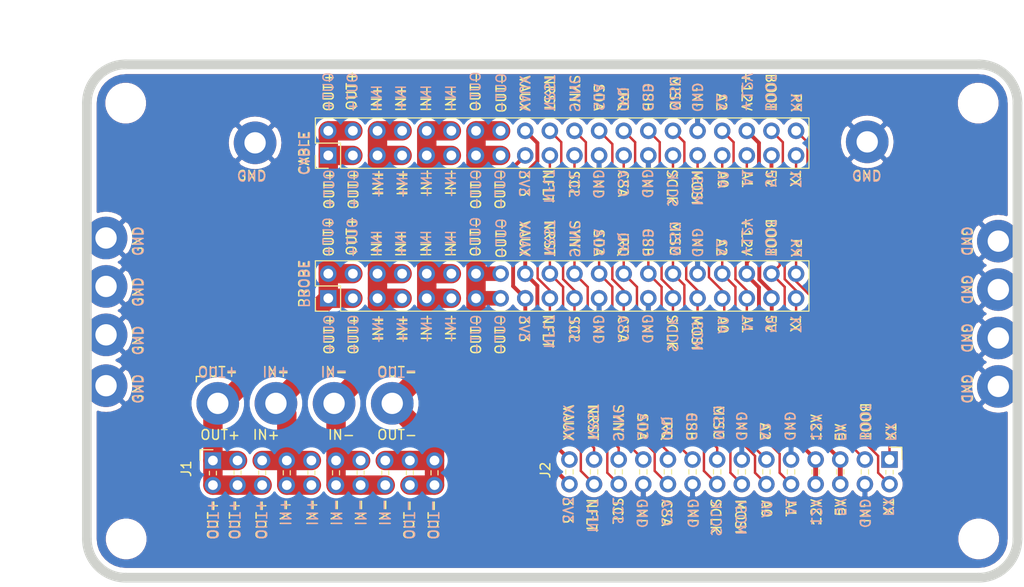
<source format=kicad_pcb>
(kicad_pcb (version 20171130) (host pcbnew 5.1.8+dfsg1-1~bpo10+1)
  (layers (0 F.Cu signal) (31 B.Cu signal) (34 B.Paste user) (35 F.Paste user) (36 B.SilkS user) (37 F.SilkS user) (38 B.Mask user) (39 F.Mask user) (44 Edge.Cuts user))
  (net 0 "")
  (net 1 5V)
  (net 2 OUT+)
  (net 3 IN+)
  (net 4 IN-)
  (net 5 OUT-)
  (net 6 +12V)
  (net 7 GND)
  (net 8 DIB_+3V3)
  (net 9 +VAUX)
  (net 10 DIB_NFAULT)
  (net 11 DIB_NRESET)
  (net 12 DIB_SCL)
  (net 13 DIB_SYNC)
  (net 14 DIB_SDA)
  (net 15 DIB_CSA)
  (net 16 DIB_IRQ)
  (net 17 DIB_CSB)
  (net 18 DIB_SCLK)
  (net 19 DIB_MISO)
  (net 20 DIB_MOSI)
  (net 21 DIB_A0)
  (net 22 DIB_A2)
  (net 23 DIB_A1)
  (net 24 DIB_BOOT)
  (net 25 UART_TX)
  (net 26 UART_RX)
  (module MountingHole:MountingHole_2.2mm_M2_Pad (layer F.Cu) (at 75.275 100.525)
    (fp_text reference H5 hide)
    (fp_text value GND)
    (pad 1 thru_hole circle (at 0 0) (size 4.4 4.4) (drill 2.2) (layers *.Cu *.Mask) (net 7 GND))
  )
  (module MountingHole:MountingHole_2.2mm_M2_Pad (layer F.Cu) (at 75.275 105.525)
    (fp_text reference H5 hide)
    (fp_text value GND)
    (pad 1 thru_hole circle (at 0 0) (size 4.4 4.4) (drill 2.2) (layers *.Cu *.Mask) (net 7 GND))
  )
  (module MountingHole:MountingHole_2.2mm_M2_Pad (layer F.Cu) (at 75.275 110.525)
    (fp_text reference H5 hide)
    (fp_text value GND)
    (pad 1 thru_hole circle (at 0 0) (size 4.4 4.4) (drill 2.2) (layers *.Cu *.Mask) (net 7 GND))
  )
  (module MountingHole:MountingHole_2.2mm_M2_Pad (layer F.Cu) (at 75.275 115.775)
    (fp_text reference H5 hide)
    (fp_text value GND)
    (pad 1 thru_hole circle (at 0 0) (size 4.4 4.4) (drill 2.2) (layers *.Cu *.Mask) (net 7 GND))
  )
  (module MountingHole:MountingHole_2.2mm_M2_Pad (layer F.Cu) (at 167.325 115.85)
    (fp_text reference H5 hide)
    (fp_text value GND)
    (pad 1 thru_hole circle (at 0 0) (size 4.4 4.4) (drill 2.2) (layers *.Cu *.Mask) (net 7 GND))
  )
  (module MountingHole:MountingHole_2.2mm_M2_Pad (layer F.Cu) (at 167.325 110.85)
    (fp_text reference H5 hide)
    (fp_text value GND)
    (pad 1 thru_hole circle (at 0 0) (size 4.4 4.4) (drill 2.2) (layers *.Cu *.Mask) (net 7 GND))
  )
  (module MountingHole:MountingHole_2.2mm_M2_Pad (layer F.Cu) (at 167.325 105.85)
    (fp_text reference H5 hide)
    (fp_text value GND)
    (pad 1 thru_hole circle (at 0 0) (size 4.4 4.4) (drill 2.2) (layers *.Cu *.Mask) (net 7 GND))
  )
  (module MountingHole:MountingHole_2.2mm_M2_Pad (layer F.Cu) (at 167.325 100.85)
    (fp_text reference H5 hide)
    (fp_text value GND)
    (pad 1 thru_hole circle (at 0 0) (size 4.4 4.4) (drill 2.2) (layers *.Cu *.Mask) (net 7 GND))
  )
  (module Connector_PinHeader_2.54mm:PinHeader_2x14_P2.54mm_Horizontal (layer F.Cu) (at 156.1 123.4 270)
    (fp_text reference J2 (at 1.1 35.5 90) (layer F.SilkS))
    (fp_text value "28-pin module socket" hide)
    (pad 1 thru_hole rect (at 0 0 270) (size 1.7 1.7) (drill 1) (layers *.Cu *.Mask) (net 26 UART_RX))
    (pad 2 thru_hole oval (at 2.54 0 270) (size 1.7 1.7) (drill 1) (layers *.Cu *.Mask) (net 25 UART_TX))
    (pad 3 thru_hole oval (at 0 2.54 270) (size 1.7 1.7) (drill 1) (layers *.Cu *.Mask) (net 24 DIB_BOOT))
    (pad 4 thru_hole oval (at 2.54 2.54 270) (size 1.7 1.7) (drill 1) (layers *.Cu *.Mask) (net 7 GND))
    (pad 5 thru_hole oval (at 0 5.08 270) (size 1.7 1.7) (drill 1) (layers *.Cu *.Mask) (net 1 5V))
    (pad 6 thru_hole oval (at 2.54 5.08 270) (size 1.7 1.7) (drill 1) (layers *.Cu *.Mask) (net 1 5V))
    (pad 7 thru_hole oval (at 0 7.62 270) (size 1.7 1.7) (drill 1) (layers *.Cu *.Mask) (net 6 +12V))
    (pad 8 thru_hole oval (at 2.54 7.62 270) (size 1.7 1.7) (drill 1) (layers *.Cu *.Mask) (net 6 +12V))
    (pad 9 thru_hole oval (at 0 10.16 270) (size 1.7 1.7) (drill 1) (layers *.Cu *.Mask) (net 7 GND))
    (pad 10 thru_hole oval (at 2.54 10.16 270) (size 1.7 1.7) (drill 1) (layers *.Cu *.Mask) (net 23 DIB_A1))
    (pad 11 thru_hole oval (at 0 12.7 270) (size 1.7 1.7) (drill 1) (layers *.Cu *.Mask) (net 22 DIB_A2))
    (pad 12 thru_hole oval (at 2.54 12.7 270) (size 1.7 1.7) (drill 1) (layers *.Cu *.Mask) (net 21 DIB_A0))
    (pad 13 thru_hole oval (at 0 15.24 270) (size 1.7 1.7) (drill 1) (layers *.Cu *.Mask) (net 7 GND))
    (pad 14 thru_hole oval (at 2.54 15.24 270) (size 1.7 1.7) (drill 1) (layers *.Cu *.Mask) (net 20 DIB_MOSI))
    (pad 15 thru_hole oval (at 0 17.78 270) (size 1.7 1.7) (drill 1) (layers *.Cu *.Mask) (net 19 DIB_MISO))
    (pad 16 thru_hole oval (at 2.54 17.78 270) (size 1.7 1.7) (drill 1) (layers *.Cu *.Mask) (net 18 DIB_SCLK))
    (pad 17 thru_hole oval (at 0 20.32 270) (size 1.7 1.7) (drill 1) (layers *.Cu *.Mask) (net 17 DIB_CSB))
    (pad 18 thru_hole oval (at 2.54 20.32 270) (size 1.7 1.7) (drill 1) (layers *.Cu *.Mask) (net 7 GND))
    (pad 19 thru_hole oval (at 0 22.86 270) (size 1.7 1.7) (drill 1) (layers *.Cu *.Mask) (net 16 DIB_IRQ))
    (pad 20 thru_hole oval (at 2.54 22.86 270) (size 1.7 1.7) (drill 1) (layers *.Cu *.Mask) (net 15 DIB_CSA))
    (pad 21 thru_hole oval (at 0 25.4 270) (size 1.7 1.7) (drill 1) (layers *.Cu *.Mask) (net 14 DIB_SDA))
    (pad 22 thru_hole oval (at 2.54 25.4 270) (size 1.7 1.7) (drill 1) (layers *.Cu *.Mask) (net 7 GND))
    (pad 23 thru_hole oval (at 0 27.94 270) (size 1.7 1.7) (drill 1) (layers *.Cu *.Mask) (net 13 DIB_SYNC))
    (pad 24 thru_hole oval (at 2.54 27.94 270) (size 1.7 1.7) (drill 1) (layers *.Cu *.Mask) (net 12 DIB_SCL))
    (pad 25 thru_hole oval (at 0 30.48 270) (size 1.7 1.7) (drill 1) (layers *.Cu *.Mask) (net 11 DIB_NRESET))
    (pad 26 thru_hole oval (at 2.54 30.48 270) (size 1.7 1.7) (drill 1) (layers *.Cu *.Mask) (net 10 DIB_NFAULT))
    (pad 27 thru_hole oval (at 0 33.02 270) (size 1.7 1.7) (drill 1) (layers *.Cu *.Mask) (net 9 +VAUX))
    (pad 28 thru_hole oval (at 2.54 33.02 270) (size 1.7 1.7) (drill 1) (layers *.Cu *.Mask) (net 8 DIB_+3V3))
  )
  (module Connector_PinSocket_2.54mm:PinSocket_2x10_P2.54mm_Horizontal (layer F.Cu) (at 86.3 123.5 90)
    (fp_text reference J1 (at -0.85 -2.75 90) (layer F.SilkS))
    (fp_text value "20-pin power socket" hide)
    (pad 1 thru_hole rect (at 0 0 90) (size 1.7 1.7) (drill 1) (layers *.Cu *.Mask) (net 2 OUT+))
    (pad 2 thru_hole oval (at -2.54 0 90) (size 1.7 1.7) (drill 1) (layers *.Cu *.Mask) (net 2 OUT+))
    (pad 3 thru_hole oval (at 0 2.54 90) (size 1.7 1.7) (drill 1) (layers *.Cu *.Mask) (net 2 OUT+))
    (pad 4 thru_hole oval (at -2.54 2.54 90) (size 1.7 1.7) (drill 1) (layers *.Cu *.Mask) (net 2 OUT+))
    (pad 5 thru_hole oval (at 0 5.08 90) (size 1.7 1.7) (drill 1) (layers *.Cu *.Mask) (net 3 IN+))
    (pad 6 thru_hole oval (at -2.54 5.08 90) (size 1.7 1.7) (drill 1) (layers *.Cu *.Mask) (net 2 OUT+))
    (pad 7 thru_hole oval (at 0 7.62 90) (size 1.7 1.7) (drill 1) (layers *.Cu *.Mask) (net 3 IN+))
    (pad 8 thru_hole oval (at -2.54 7.62 90) (size 1.7 1.7) (drill 1) (layers *.Cu *.Mask) (net 3 IN+))
    (pad 9 thru_hole oval (at 0 10.16 90) (size 1.7 1.7) (drill 1) (layers *.Cu *.Mask) (net 3 IN+))
    (pad 10 thru_hole oval (at -2.54 10.16 90) (size 1.7 1.7) (drill 1) (layers *.Cu *.Mask) (net 3 IN+))
    (pad 11 thru_hole oval (at 0 12.7 90) (size 1.7 1.7) (drill 1) (layers *.Cu *.Mask) (net 4 IN-))
    (pad 12 thru_hole oval (at -2.54 12.7 90) (size 1.7 1.7) (drill 1) (layers *.Cu *.Mask) (net 4 IN-))
    (pad 13 thru_hole oval (at 0 15.24 90) (size 1.7 1.7) (drill 1) (layers *.Cu *.Mask) (net 4 IN-))
    (pad 14 thru_hole oval (at -2.54 15.24 90) (size 1.7 1.7) (drill 1) (layers *.Cu *.Mask) (net 4 IN-))
    (pad 15 thru_hole oval (at 0 17.78 90) (size 1.7 1.7) (drill 1) (layers *.Cu *.Mask) (net 5 OUT-))
    (pad 16 thru_hole oval (at -2.54 17.78 90) (size 1.7 1.7) (drill 1) (layers *.Cu *.Mask) (net 4 IN-))
    (pad 17 thru_hole oval (at 0 20.32 90) (size 1.7 1.7) (drill 1) (layers *.Cu *.Mask) (net 5 OUT-))
    (pad 18 thru_hole oval (at -2.54 20.32 90) (size 1.7 1.7) (drill 1) (layers *.Cu *.Mask) (net 5 OUT-))
    (pad 19 thru_hole oval (at 0 22.86 90) (size 1.7 1.7) (drill 1) (layers *.Cu *.Mask) (net 5 OUT-))
    (pad 20 thru_hole oval (at -2.54 22.86 90) (size 1.7 1.7) (drill 1) (layers *.Cu *.Mask) (net 5 OUT-))
  )
  (module Connector_PinHeader_2.54mm:PinHeader_2x20_P2.54mm_Vertical (layer F.Cu) (at 98.2 106.75 90)
    (fp_text reference J3 hide)
    (fp_text value PROBE)
    (pad 1 thru_hole rect (at 0 0 90) (size 1.7 1.7) (drill 1) (layers *.Cu *.Mask) (net 2 OUT+))
    (pad 2 thru_hole oval (at 2.54 0 90) (size 1.7 1.7) (drill 1) (layers *.Cu *.Mask) (net 2 OUT+))
    (pad 3 thru_hole oval (at 0 2.54 90) (size 1.7 1.7) (drill 1) (layers *.Cu *.Mask) (net 2 OUT+))
    (pad 4 thru_hole oval (at 2.54 2.54 90) (size 1.7 1.7) (drill 1) (layers *.Cu *.Mask) (net 2 OUT+))
    (pad 5 thru_hole oval (at 0 5.08 90) (size 1.7 1.7) (drill 1) (layers *.Cu *.Mask) (net 3 IN+))
    (pad 6 thru_hole oval (at 2.54 5.08 90) (size 1.7 1.7) (drill 1) (layers *.Cu *.Mask) (net 3 IN+))
    (pad 7 thru_hole oval (at 0 7.62 90) (size 1.7 1.7) (drill 1) (layers *.Cu *.Mask) (net 3 IN+))
    (pad 8 thru_hole oval (at 2.54 7.62 90) (size 1.7 1.7) (drill 1) (layers *.Cu *.Mask) (net 3 IN+))
    (pad 9 thru_hole oval (at 0 10.16 90) (size 1.7 1.7) (drill 1) (layers *.Cu *.Mask) (net 4 IN-))
    (pad 10 thru_hole oval (at 2.54 10.16 90) (size 1.7 1.7) (drill 1) (layers *.Cu *.Mask) (net 4 IN-))
    (pad 11 thru_hole oval (at 0 12.7 90) (size 1.7 1.7) (drill 1) (layers *.Cu *.Mask) (net 4 IN-))
    (pad 12 thru_hole oval (at 2.54 12.7 90) (size 1.7 1.7) (drill 1) (layers *.Cu *.Mask) (net 4 IN-))
    (pad 13 thru_hole oval (at 0 15.24 90) (size 1.7 1.7) (drill 1) (layers *.Cu *.Mask) (net 5 OUT-))
    (pad 14 thru_hole oval (at 2.54 15.24 90) (size 1.7 1.7) (drill 1) (layers *.Cu *.Mask) (net 5 OUT-))
    (pad 15 thru_hole oval (at 0 17.78 90) (size 1.7 1.7) (drill 1) (layers *.Cu *.Mask) (net 5 OUT-))
    (pad 16 thru_hole oval (at 2.54 17.78 90) (size 1.7 1.7) (drill 1) (layers *.Cu *.Mask) (net 5 OUT-))
    (pad 17 thru_hole oval (at 0 20.32 90) (size 1.7 1.7) (drill 1) (layers *.Cu *.Mask) (net 8 DIB_+3V3))
    (pad 18 thru_hole oval (at 2.54 20.32 90) (size 1.7 1.7) (drill 1) (layers *.Cu *.Mask) (net 9 +VAUX))
    (pad 19 thru_hole oval (at 0 22.86 90) (size 1.7 1.7) (drill 1) (layers *.Cu *.Mask) (net 10 DIB_NFAULT))
    (pad 20 thru_hole oval (at 2.54 22.86 90) (size 1.7 1.7) (drill 1) (layers *.Cu *.Mask) (net 11 DIB_NRESET))
    (pad 21 thru_hole oval (at 0 25.4 90) (size 1.7 1.7) (drill 1) (layers *.Cu *.Mask) (net 12 DIB_SCL))
    (pad 22 thru_hole oval (at 2.54 25.4 90) (size 1.7 1.7) (drill 1) (layers *.Cu *.Mask) (net 13 DIB_SYNC))
    (pad 23 thru_hole oval (at 0 27.94 90) (size 1.7 1.7) (drill 1) (layers *.Cu *.Mask) (net 7 GND))
    (pad 24 thru_hole oval (at 2.54 27.94 90) (size 1.7 1.7) (drill 1) (layers *.Cu *.Mask) (net 14 DIB_SDA))
    (pad 25 thru_hole oval (at 0 30.48 90) (size 1.7 1.7) (drill 1) (layers *.Cu *.Mask) (net 15 DIB_CSA))
    (pad 26 thru_hole oval (at 2.54 30.48 90) (size 1.7 1.7) (drill 1) (layers *.Cu *.Mask) (net 16 DIB_IRQ))
    (pad 27 thru_hole oval (at 0 33.02 90) (size 1.7 1.7) (drill 1) (layers *.Cu *.Mask) (net 7 GND))
    (pad 28 thru_hole oval (at 2.54 33.02 90) (size 1.7 1.7) (drill 1) (layers *.Cu *.Mask) (net 17 DIB_CSB))
    (pad 29 thru_hole oval (at 0 35.56 90) (size 1.7 1.7) (drill 1) (layers *.Cu *.Mask) (net 18 DIB_SCLK))
    (pad 30 thru_hole oval (at 2.54 35.56 90) (size 1.7 1.7) (drill 1) (layers *.Cu *.Mask) (net 19 DIB_MISO))
    (pad 31 thru_hole oval (at 0 38.1 90) (size 1.7 1.7) (drill 1) (layers *.Cu *.Mask) (net 20 DIB_MOSI))
    (pad 32 thru_hole oval (at 2.54 38.1 90) (size 1.7 1.7) (drill 1) (layers *.Cu *.Mask) (net 7 GND))
    (pad 33 thru_hole oval (at 0 40.64 90) (size 1.7 1.7) (drill 1) (layers *.Cu *.Mask) (net 21 DIB_A0))
    (pad 34 thru_hole oval (at 2.54 40.64 90) (size 1.7 1.7) (drill 1) (layers *.Cu *.Mask) (net 22 DIB_A2))
    (pad 35 thru_hole oval (at 0 43.18 90) (size 1.7 1.7) (drill 1) (layers *.Cu *.Mask) (net 23 DIB_A1))
    (pad 36 thru_hole oval (at 2.54 43.18 90) (size 1.7 1.7) (drill 1) (layers *.Cu *.Mask) (net 6 +12V))
    (pad 37 thru_hole oval (at 0 45.72 90) (size 1.7 1.7) (drill 1) (layers *.Cu *.Mask) (net 1 5V))
    (pad 38 thru_hole oval (at 2.54 45.72 90) (size 1.7 1.7) (drill 1) (layers *.Cu *.Mask) (net 24 DIB_BOOT))
    (pad 39 thru_hole oval (at 0 48.26 90) (size 1.7 1.7) (drill 1) (layers *.Cu *.Mask) (net 25 UART_TX))
    (pad 40 thru_hole oval (at 2.54 48.26 90) (size 1.7 1.7) (drill 1) (layers *.Cu *.Mask) (net 26 UART_RX))
  )
  (module Connector_PinHeader_2.54mm:PinHeader_2x20_P2.54mm_Vertical (layer F.Cu) (at 98.2 92 90)
    (fp_text reference J4 hide)
    (fp_text value CABLE)
    (pad 40 thru_hole oval (at 2.54 48.26 90) (size 1.7 1.7) (drill 1) (layers *.Cu *.Mask) (net 26 UART_RX))
    (pad 39 thru_hole oval (at 0 48.26 90) (size 1.7 1.7) (drill 1) (layers *.Cu *.Mask) (net 25 UART_TX))
    (pad 38 thru_hole oval (at 2.54 45.72 90) (size 1.7 1.7) (drill 1) (layers *.Cu *.Mask) (net 24 DIB_BOOT))
    (pad 37 thru_hole oval (at 0 45.72 90) (size 1.7 1.7) (drill 1) (layers *.Cu *.Mask) (net 1 5V))
    (pad 36 thru_hole oval (at 2.54 43.18 90) (size 1.7 1.7) (drill 1) (layers *.Cu *.Mask) (net 6 +12V))
    (pad 35 thru_hole oval (at 0 43.18 90) (size 1.7 1.7) (drill 1) (layers *.Cu *.Mask) (net 23 DIB_A1))
    (pad 34 thru_hole oval (at 2.54 40.64 90) (size 1.7 1.7) (drill 1) (layers *.Cu *.Mask) (net 22 DIB_A2))
    (pad 33 thru_hole oval (at 0 40.64 90) (size 1.7 1.7) (drill 1) (layers *.Cu *.Mask) (net 21 DIB_A0))
    (pad 32 thru_hole oval (at 2.54 38.1 90) (size 1.7 1.7) (drill 1) (layers *.Cu *.Mask) (net 7 GND))
    (pad 31 thru_hole oval (at 0 38.1 90) (size 1.7 1.7) (drill 1) (layers *.Cu *.Mask) (net 20 DIB_MOSI))
    (pad 30 thru_hole oval (at 2.54 35.56 90) (size 1.7 1.7) (drill 1) (layers *.Cu *.Mask) (net 19 DIB_MISO))
    (pad 29 thru_hole oval (at 0 35.56 90) (size 1.7 1.7) (drill 1) (layers *.Cu *.Mask) (net 18 DIB_SCLK))
    (pad 28 thru_hole oval (at 2.54 33.02 90) (size 1.7 1.7) (drill 1) (layers *.Cu *.Mask) (net 17 DIB_CSB))
    (pad 27 thru_hole oval (at 0 33.02 90) (size 1.7 1.7) (drill 1) (layers *.Cu *.Mask) (net 7 GND))
    (pad 26 thru_hole oval (at 2.54 30.48 90) (size 1.7 1.7) (drill 1) (layers *.Cu *.Mask) (net 16 DIB_IRQ))
    (pad 25 thru_hole oval (at 0 30.48 90) (size 1.7 1.7) (drill 1) (layers *.Cu *.Mask) (net 15 DIB_CSA))
    (pad 24 thru_hole oval (at 2.54 27.94 90) (size 1.7 1.7) (drill 1) (layers *.Cu *.Mask) (net 14 DIB_SDA))
    (pad 23 thru_hole oval (at 0 27.94 90) (size 1.7 1.7) (drill 1) (layers *.Cu *.Mask) (net 7 GND))
    (pad 22 thru_hole oval (at 2.54 25.4 90) (size 1.7 1.7) (drill 1) (layers *.Cu *.Mask) (net 13 DIB_SYNC))
    (pad 21 thru_hole oval (at 0 25.4 90) (size 1.7 1.7) (drill 1) (layers *.Cu *.Mask) (net 12 DIB_SCL))
    (pad 20 thru_hole oval (at 2.54 22.86 90) (size 1.7 1.7) (drill 1) (layers *.Cu *.Mask) (net 11 DIB_NRESET))
    (pad 19 thru_hole oval (at 0 22.86 90) (size 1.7 1.7) (drill 1) (layers *.Cu *.Mask) (net 10 DIB_NFAULT))
    (pad 18 thru_hole oval (at 2.54 20.32 90) (size 1.7 1.7) (drill 1) (layers *.Cu *.Mask) (net 9 +VAUX))
    (pad 17 thru_hole oval (at 0 20.32 90) (size 1.7 1.7) (drill 1) (layers *.Cu *.Mask) (net 8 DIB_+3V3))
    (pad 16 thru_hole oval (at 2.54 17.78 90) (size 1.7 1.7) (drill 1) (layers *.Cu *.Mask) (net 5 OUT-))
    (pad 15 thru_hole oval (at 0 17.78 90) (size 1.7 1.7) (drill 1) (layers *.Cu *.Mask) (net 5 OUT-))
    (pad 14 thru_hole oval (at 2.54 15.24 90) (size 1.7 1.7) (drill 1) (layers *.Cu *.Mask) (net 5 OUT-))
    (pad 13 thru_hole oval (at 0 15.24 90) (size 1.7 1.7) (drill 1) (layers *.Cu *.Mask) (net 5 OUT-))
    (pad 12 thru_hole oval (at 2.54 12.7 90) (size 1.7 1.7) (drill 1) (layers *.Cu *.Mask) (net 4 IN-))
    (pad 11 thru_hole oval (at 0 12.7 90) (size 1.7 1.7) (drill 1) (layers *.Cu *.Mask) (net 4 IN-))
    (pad 10 thru_hole oval (at 2.54 10.16 90) (size 1.7 1.7) (drill 1) (layers *.Cu *.Mask) (net 4 IN-))
    (pad 9 thru_hole oval (at 0 10.16 90) (size 1.7 1.7) (drill 1) (layers *.Cu *.Mask) (net 4 IN-))
    (pad 8 thru_hole oval (at 2.54 7.62 90) (size 1.7 1.7) (drill 1) (layers *.Cu *.Mask) (net 3 IN+))
    (pad 7 thru_hole oval (at 0 7.62 90) (size 1.7 1.7) (drill 1) (layers *.Cu *.Mask) (net 3 IN+))
    (pad 6 thru_hole oval (at 2.54 5.08 90) (size 1.7 1.7) (drill 1) (layers *.Cu *.Mask) (net 3 IN+))
    (pad 5 thru_hole oval (at 0 5.08 90) (size 1.7 1.7) (drill 1) (layers *.Cu *.Mask) (net 3 IN+))
    (pad 4 thru_hole oval (at 2.54 2.54 90) (size 1.7 1.7) (drill 1) (layers *.Cu *.Mask) (net 2 OUT+))
    (pad 3 thru_hole oval (at 0 2.54 90) (size 1.7 1.7) (drill 1) (layers *.Cu *.Mask) (net 2 OUT+))
    (pad 2 thru_hole oval (at 2.54 0 90) (size 1.7 1.7) (drill 1) (layers *.Cu *.Mask) (net 2 OUT+))
    (pad 1 thru_hole rect (at 0 0 90) (size 1.7 1.7) (drill 1) (layers *.Cu *.Mask) (net 2 OUT+))
  )
  (module MountingHole:MountingHole_2.2mm_M2_Pad (layer F.Cu) (at 86.8 117.6)
    (fp_text reference H1 hide)
    (fp_text value OUT+ hide)
    (pad 1 thru_hole circle (at 0 0) (size 4.4 4.4) (drill 2.2) (layers *.Cu *.Mask) (net 2 OUT+))
  )
  (module MountingHole:MountingHole_2.2mm_M2_Pad (layer F.Cu) (at 92.8 117.6)
    (fp_text reference H2 hide)
    (fp_text value IN+ hide)
    (pad 1 thru_hole circle (at 0 0) (size 4.4 4.4) (drill 2.2) (layers *.Cu *.Mask) (net 3 IN+))
  )
  (module MountingHole:MountingHole_2.2mm_M2_Pad (layer F.Cu) (at 98.8 117.6)
    (fp_text reference H3 hide)
    (fp_text value IN- hide)
    (pad 1 thru_hole circle (at 0 0) (size 4.4 4.4) (drill 2.2) (layers *.Cu *.Mask) (net 4 IN-))
  )
  (module MountingHole:MountingHole_2.2mm_M2_Pad (layer F.Cu) (at 104.8 117.6)
    (fp_text reference H4 hide)
    (fp_text value OUT- hide)
    (pad 1 thru_hole circle (at 0 0) (size 4.4 4.4) (drill 2.2) (layers *.Cu *.Mask) (net 5 OUT-))
  )
  (module MountingHole:MountingHole_2.2mm_M2_Pad (layer F.Cu) (at 153.8 90.6)
    (fp_text reference H5 hide)
    (fp_text value GND)
    (pad 1 thru_hole circle (at 0 0) (size 4.4 4.4) (drill 2.2) (layers *.Cu *.Mask) (net 7 GND))
  )
  (module MountingHole:MountingHole_2.2mm_M2_Pad (layer F.Cu) (at 90.65 90.7)
    (fp_text reference H6 hide)
    (fp_text value GND)
    (pad 1 thru_hole circle (at 0 0) (size 4.4 4.4) (drill 2.2) (layers *.Cu *.Mask) (net 7 GND))
  )
  (module MountingHole:MountingHole_3.2mm_M3 (layer F.Cu) (at 77.3 86.6)
    (fp_text reference H7 hide)
    (fp_text value MH hide)
    (pad 1 np_thru_hole circle (at 0 0) (size 3.2 3.2) (drill 3.2) (layers *.Cu *.Mask))
  )
  (module MountingHole:MountingHole_3.2mm_M3 (layer F.Cu) (at 77.35 131.6)
    (fp_text reference H8 hide)
    (fp_text value MH hide)
    (pad 1 np_thru_hole circle (at 0 0) (size 3.2 3.2) (drill 3.2) (layers *.Cu *.Mask))
  )
  (module MountingHole:MountingHole_3.2mm_M3 (layer F.Cu) (at 165.25 86.6)
    (fp_text reference H9 hide)
    (fp_text value MH hide)
    (pad 1 np_thru_hole circle (at 0 0) (size 3.2 3.2) (drill 3.2) (layers *.Cu *.Mask))
  )
  (module MountingHole:MountingHole_3.2mm_M3 (layer F.Cu) (at 165.3 131.6)
    (fp_text reference H10 hide)
    (fp_text value MH hide)
    (pad 1 np_thru_hole circle (at 0 0) (size 3.2 3.2) (drill 3.2) (layers *.Cu *.Mask))
  )
  (gr_text GND (at 78.558883 116.107104 270) (layer B.SilkS) (effects (font (size 1 1)) (justify mirror)))
  (gr_text GND (at 78.558883 111.107104 90) (layer F.SilkS) (effects (font (size 1 1))))
  (gr_text GND (at 78.558883 100.857105 90) (layer F.SilkS) (effects (font (size 1 1))))
  (gr_text GND (at 78.558883 100.857105 270) (layer B.SilkS) (effects (font (size 1 1)) (justify mirror)))
  (gr_text GND (at 78.558883 111.107104 270) (layer B.SilkS) (effects (font (size 1 1)) (justify mirror)))
  (gr_text GND (at 78.558883 116.107104 90) (layer F.SilkS) (effects (font (size 1 1))))
  (gr_text GND (at 78.558883 106.107104 270) (layer B.SilkS) (effects (font (size 1 1)) (justify mirror)))
  (gr_text GND (at 78.558883 106.107104 90) (layer F.SilkS) (effects (font (size 1 1))))
  (gr_text GND (at 164.1 116.100002 90) (layer B.SilkS) (effects (font (size 1 1)) (justify mirror)))
  (gr_text GND (at 164.1 116.100002 270) (layer F.SilkS) (effects (font (size 1 1))))
  (gr_text GND (at 164.1 110.850002 270) (layer F.SilkS) (effects (font (size 1 1))))
  (gr_text GND (at 164.1 110.850002 90) (layer B.SilkS) (effects (font (size 1 1)) (justify mirror)))
  (gr_text GND (at 164.1 105.850002 90) (layer B.SilkS) (effects (font (size 1 1)) (justify mirror)))
  (gr_text GND (at 164.1 105.850002 270) (layer F.SilkS) (effects (font (size 1 1))))
  (gr_text GND (at 164.1 100.850002 270) (layer F.SilkS) (effects (font (size 1 1))))
  (gr_text GND (at 164.1 100.850002 90) (layer B.SilkS) (effects (font (size 1 1)) (justify mirror)))
  (gr_text 5V (at 143.85 94.35 270) (layer F.SilkS) (effects (font (size 1 1))))
  (gr_text TX (at 146.35 94.4 270) (layer F.SilkS) (effects (font (size 1 1))))
  (gr_text 5V (at 143.8 94.45 270) (layer B.SilkS) (effects (font (size 1 1)) (justify mirror)))
  (gr_text OUT+ (at 98.3 95.5 90) (layer F.SilkS) (effects (font (size 1 1))))
  (gr_text OUT- (at 115.950001 95.5 90) (layer B.SilkS) (effects (font (size 1 1)) (justify mirror)))
  (gr_text TX (at 146.4 94.45 270) (layer B.SilkS) (effects (font (size 1 1)) (justify mirror)))
  (gr_text SCL (at 123.55 94.95 270) (layer B.SilkS) (effects (font (size 1 1)) (justify mirror)))
  (gr_text MOSI (at 136.25 95.4 270) (layer B.SilkS) (effects (font (size 1 1)) (justify mirror)))
  (gr_text OUT+ (at 100.8 95.5 90) (layer F.SilkS) (effects (font (size 1 1))))
  (gr_text IN+ (at 103.35 94.8 90) (layer F.SilkS) (effects (font (size 1 1))))
  (gr_text IN+ (at 105.85 94.8 90) (layer F.SilkS) (effects (font (size 1 1))))
  (gr_text GND (at 126.05 94.95 270) (layer B.SilkS) (effects (font (size 1 1)) (justify mirror)))
  (gr_text IN+ (at 105.85 95.05 90) (layer B.SilkS) (effects (font (size 1 1)) (justify mirror)))
  (gr_text IN- (at 108.35 95 90) (layer B.SilkS) (effects (font (size 1 1)) (justify mirror)))
  (gr_text 3V3 (at 118.4 94.9 270) (layer B.SilkS) (effects (font (size 1 1)) (justify mirror)))
  (gr_text OUT+ (at 98.3 95.5 90) (layer B.SilkS) (effects (font (size 1 1)) (justify mirror)))
  (gr_text CSA (at 128.6 94.9 270) (layer B.SilkS) (effects (font (size 1 1)) (justify mirror)))
  (gr_text IN- (at 110.85 95 90) (layer B.SilkS) (effects (font (size 1 1)) (justify mirror)))
  (gr_text GND (at 131.1 94.9 270) (layer B.SilkS) (effects (font (size 1 1)) (justify mirror)))
  (gr_text OUT- (at 113.45 95.5 90) (layer B.SilkS) (effects (font (size 1 1)) (justify mirror)))
  (gr_text A0 (at 138.9 94.5 270) (layer B.SilkS) (effects (font (size 1 1)) (justify mirror)))
  (gr_text IN+ (at 103.35 95.05 90) (layer B.SilkS) (effects (font (size 1 1)) (justify mirror)))
  (gr_text A1 (at 141.4 94.25 270) (layer B.SilkS) (effects (font (size 1 1)) (justify mirror)))
  (gr_text SCLK (at 133.7 95.45 270) (layer B.SilkS) (effects (font (size 1 1)) (justify mirror)))
  (gr_text OUT+ (at 100.800001 95.5 90) (layer B.SilkS) (effects (font (size 1 1)) (justify mirror)))
  (gr_text GND (at 131.1 94.9 270) (layer F.SilkS) (effects (font (size 1 1))))
  (gr_text CSA (at 128.6 94.9 270) (layer F.SilkS) (effects (font (size 1 1))))
  (gr_text GND (at 126.05 94.95 270) (layer F.SilkS) (effects (font (size 1 1))))
  (gr_text SCL (at 123.55 94.95 270) (layer F.SilkS) (effects (font (size 1 1))))
  (gr_text NFLT (at 120.85 95.15 270) (layer F.SilkS) (effects (font (size 1 1))))
  (gr_text 3V3 (at 118.4 94.9 270) (layer F.SilkS) (effects (font (size 1 1))))
  (gr_text IN- (at 108.35 94.75 90) (layer F.SilkS) (effects (font (size 1 1))))
  (gr_text IN- (at 110.85 94.75 90) (layer F.SilkS) (effects (font (size 1 1))))
  (gr_text OUT- (at 113.45 95.5 90) (layer F.SilkS) (effects (font (size 1 1))))
  (gr_text OUT- (at 115.95 95.5 90) (layer F.SilkS) (effects (font (size 1 1))))
  (gr_text NFLT (at 120.95 95.2 270) (layer B.SilkS) (effects (font (size 1 1)) (justify mirror)))
  (gr_text A1 (at 141.4 94.5 270) (layer F.SilkS) (effects (font (size 1 1))))
  (gr_text A0 (at 138.9 94.5 270) (layer F.SilkS) (effects (font (size 1 1))))
  (gr_text MOSI (at 136.2 95.3 270) (layer F.SilkS) (effects (font (size 1 1))))
  (gr_text SCLK (at 133.65 95.3 270) (layer F.SilkS) (effects (font (size 1 1))))
  (gr_text BOOT (at 143.85 85.45 270) (layer F.SilkS) (effects (font (size 1 1))))
  (gr_text RX (at 146.45 86.55 270) (layer F.SilkS) (effects (font (size 1 1))))
  (gr_text RX (at 146.45 86.55 270) (layer B.SilkS) (effects (font (size 1 1)) (justify mirror)))
  (gr_text BOOT (at 143.8 85.55 270) (layer B.SilkS) (effects (font (size 1 1)) (justify mirror)))
  (gr_text A2 (at 138.75 86.5 270) (layer B.SilkS) (effects (font (size 1 1)) (justify mirror)))
  (gr_text VAUX (at 118.450001 85.6 270) (layer B.SilkS) (effects (font (size 1 1)) (justify mirror)))
  (gr_text OUT+ (at 98.25 85.4 90) (layer F.SilkS) (effects (font (size 1 1))))
  (gr_text CSB (at 131.15 86 270) (layer F.SilkS) (effects (font (size 1 1))))
  (gr_text IRQ (at 128.6 86.2 270) (layer F.SilkS) (effects (font (size 1 1))))
  (gr_text SDA (at 126.1 86.000001 270) (layer F.SilkS) (effects (font (size 1 1))))
  (gr_text SYNC (at 123.6 85.6 270) (layer F.SilkS) (effects (font (size 1 1))))
  (gr_text NRST (at 121 85.55 270) (layer F.SilkS) (effects (font (size 1 1))))
  (gr_text VAUX (at 118.450001 85.6 270) (layer F.SilkS) (effects (font (size 1 1))))
  (gr_text +12V (at 141.4 85.5 270) (layer B.SilkS) (effects (font (size 1 1)) (justify mirror)))
  (gr_text IRQ (at 128.6 86.2 270) (layer B.SilkS) (effects (font (size 1 1)) (justify mirror)))
  (gr_text OUT+ (at 98.2 85.45 90) (layer B.SilkS) (effects (font (size 1 1)) (justify mirror)))
  (gr_text IN- (at 108.3 86.1 90) (layer B.SilkS) (effects (font (size 1 1)) (justify mirror)))
  (gr_text NRST (at 121 85.55 270) (layer B.SilkS) (effects (font (size 1 1)) (justify mirror)))
  (gr_text IN+ (at 105.7 86.1 90) (layer B.SilkS) (effects (font (size 1 1)) (justify mirror)))
  (gr_text OUT+ (at 100.6 85.3 90) (layer F.SilkS) (effects (font (size 1 1))))
  (gr_text IN+ (at 103.2 86.1 90) (layer F.SilkS) (effects (font (size 1 1))))
  (gr_text IN+ (at 105.7 86.1 90) (layer F.SilkS) (effects (font (size 1 1))))
  (gr_text IN- (at 108.3 86.1 90) (layer F.SilkS) (effects (font (size 1 1))))
  (gr_text OUT+ (at 100.7 85.5 90) (layer B.SilkS) (effects (font (size 1 1)) (justify mirror)))
  (gr_text OUT- (at 113.4 85.4 90) (layer B.SilkS) (effects (font (size 1 1)) (justify mirror)))
  (gr_text IN+ (at 103.2 86.1 90) (layer B.SilkS) (effects (font (size 1 1)) (justify mirror)))
  (gr_text GND (at 136.25 86 270) (layer B.SilkS) (effects (font (size 1 1)) (justify mirror)))
  (gr_text SDA (at 126.1 86.000001 270) (layer B.SilkS) (effects (font (size 1 1)) (justify mirror)))
  (gr_text SYNC (at 123.6 85.6 270) (layer B.SilkS) (effects (font (size 1 1)) (justify mirror)))
  (gr_text A2 (at 138.75 86.5 270) (layer F.SilkS) (effects (font (size 1 1))))
  (gr_text GND (at 136.25 86 270) (layer F.SilkS) (effects (font (size 1 1))))
  (gr_text MISO (at 133.95 85.6 270) (layer F.SilkS) (effects (font (size 1 1))))
  (gr_text IN- (at 110.85 86.1 90) (layer F.SilkS) (effects (font (size 1 1))))
  (gr_text OUT- (at 113.4 85.4 90) (layer F.SilkS) (effects (font (size 1 1))))
  (gr_text OUT- (at 116.05 85.55 90) (layer F.SilkS) (effects (font (size 1 1))))
  (gr_text +12V (at 141.35 85.4 270) (layer F.SilkS) (effects (font (size 1 1))))
  (gr_text MISO (at 133.95 85.6 270) (layer B.SilkS) (effects (font (size 1 1)) (justify mirror)))
  (gr_text IN- (at 110.85 86.1 90) (layer B.SilkS) (effects (font (size 1 1)) (justify mirror)))
  (gr_text OUT- (at 116.05 85.55 90) (layer B.SilkS) (effects (font (size 1 1)) (justify mirror)))
  (gr_text CSB (at 131.15 86 270) (layer B.SilkS) (effects (font (size 1 1)) (justify mirror)))
  (gr_text OUT- (at 109.05 129.6 90) (layer F.SilkS) (effects (font (size 1 1))))
  (gr_text OUT- (at 106.55 129.6 90) (layer F.SilkS) (effects (font (size 1 1))))
  (gr_text IN- (at 104.05 128.85 90) (layer F.SilkS) (effects (font (size 1 1))))
  (gr_text IN- (at 101.55 128.85 90) (layer F.SilkS) (effects (font (size 1 1))))
  (gr_text IN- (at 99.05 128.85 90) (layer F.SilkS) (effects (font (size 1 1))))
  (gr_text IN+ (at 96.55 128.85 90) (layer F.SilkS) (effects (font (size 1 1))))
  (gr_text IN+ (at 93.8 128.85 90) (layer F.SilkS) (effects (font (size 1 1))))
  (gr_text OUT+ (at 88.55 129.6 90) (layer F.SilkS) (effects (font (size 1 1))))
  (gr_text OUT+ (at 86.3 129.6 90) (layer F.SilkS) (effects (font (size 1 1))))
  (gr_text OUT+ (at 91.3 129.6 90) (layer F.SilkS) (effects (font (size 1 1))))
  (gr_text OUT+ (at 86.3 129.6 90) (layer F.SilkS) (effects (font (size 1 1))))
  (gr_text OUT- (at 109.05 129.6 270) (layer B.SilkS) (effects (font (size 1 1)) (justify mirror)))
  (gr_text IN- (at 104.05 128.85 270) (layer B.SilkS) (effects (font (size 1 1)) (justify mirror)))
  (gr_text IN- (at 101.55 128.85 270) (layer B.SilkS) (effects (font (size 1 1)) (justify mirror)))
  (gr_text IN+ (at 96.55 128.85 270) (layer B.SilkS) (effects (font (size 1 1)) (justify mirror)))
  (gr_text OUT+ (at 91.3 129.6 270) (layer B.SilkS) (effects (font (size 1 1)) (justify mirror)))
  (gr_text OUT+ (at 88.55 129.6 270) (layer B.SilkS) (effects (font (size 1 1)) (justify mirror)))
  (gr_text TX (at 155.95 128.3 270) (layer F.SilkS) (effects (font (size 1 1))))
  (gr_text RX (at 155.95 128.3 270) (layer B.SilkS) (effects (font (size 1 1)) (justify mirror)))
  (gr_text BOOT (at 153.6 119.45 270) (layer F.SilkS) (effects (font (size 1 1))))
  (gr_text TX (at 156.2 120.55 270) (layer F.SilkS) (effects (font (size 1 1))))
  (gr_text RX (at 156.2 120.55 270) (layer B.SilkS) (effects (font (size 1 1)) (justify mirror)))
  (gr_text BOOT (at 153.55 119.55 270) (layer B.SilkS) (effects (font (size 1 1)) (justify mirror)))
  (gr_text A2 (at 143.25 120.5 270) (layer B.SilkS) (effects (font (size 1 1)) (justify mirror)))
  (gr_text A2 (at 143.25 120.5 270) (layer F.SilkS) (effects (font (size 1 1))))
  (gr_text MOSI (at 140.75 129.4 270) (layer B.SilkS) (effects (font (size 1 1)) (justify mirror)))
  (gr_text A0 (at 143.4 128.5 270) (layer B.SilkS) (effects (font (size 1 1)) (justify mirror)))
  (gr_text A1 (at 145.9 128.25 270) (layer B.SilkS) (effects (font (size 1 1)) (justify mirror)))
  (gr_text SCLK (at 138.2 129.45 270) (layer B.SilkS) (effects (font (size 1 1)) (justify mirror)))
  (gr_text A1 (at 145.9 128.5 270) (layer F.SilkS) (effects (font (size 1 1))))
  (gr_text A0 (at 143.4 128.5 270) (layer F.SilkS) (effects (font (size 1 1))))
  (gr_text MOSI (at 140.7 129.3 270) (layer F.SilkS) (effects (font (size 1 1))))
  (gr_text SCLK (at 138.15 129.3 270) (layer F.SilkS) (effects (font (size 1 1))))
  (gr_text CSA (at 133.1 128.9 270) (layer B.SilkS) (effects (font (size 1 1)) (justify mirror)))
  (gr_text CSA (at 133.1 128.9 270) (layer F.SilkS) (effects (font (size 1 1))))
  (gr_text SCL (at 128.05 128.7 270) (layer B.SilkS) (effects (font (size 1 1)) (justify mirror)))
  (gr_text 3V3 (at 122.9 128.65 270) (layer B.SilkS) (effects (font (size 1 1)) (justify mirror)))
  (gr_text SCL (at 128.05 128.7 270) (layer F.SilkS) (effects (font (size 1 1))))
  (gr_text NFLT (at 125.35 129.15 270) (layer F.SilkS) (effects (font (size 1 1))))
  (gr_text 3V3 (at 122.9 128.65 270) (layer F.SilkS) (effects (font (size 1 1))))
  (gr_text NFLT (at 125.45 129.2 270) (layer B.SilkS) (effects (font (size 1 1)) (justify mirror)))
  (gr_text VAUX (at 122.950001 119.6 270) (layer B.SilkS) (effects (font (size 1 1)) (justify mirror)))
  (gr_text CSB (at 135.65 120 270) (layer F.SilkS) (effects (font (size 1 1))))
  (gr_text IRQ (at 133.1 120.2 270) (layer F.SilkS) (effects (font (size 1 1))))
  (gr_text SDA (at 130.6 120.000001 270) (layer F.SilkS) (effects (font (size 1 1))))
  (gr_text SYNC (at 128.1 119.6 270) (layer F.SilkS) (effects (font (size 1 1))))
  (gr_text NRST (at 125.5 119.55 270) (layer F.SilkS) (effects (font (size 1 1))))
  (gr_text VAUX (at 122.950001 119.6 270) (layer F.SilkS) (effects (font (size 1 1))))
  (gr_text IRQ (at 133.1 120.2 270) (layer B.SilkS) (effects (font (size 1 1)) (justify mirror)))
  (gr_text NRST (at 125.5 119.55 270) (layer B.SilkS) (effects (font (size 1 1)) (justify mirror)))
  (gr_text SDA (at 130.6 120.000001 270) (layer B.SilkS) (effects (font (size 1 1)) (justify mirror)))
  (gr_text SYNC (at 128.1 119.6 270) (layer B.SilkS) (effects (font (size 1 1)) (justify mirror)))
  (gr_text MISO (at 138.45 119.6 270) (layer F.SilkS) (effects (font (size 1 1))))
  (gr_text MISO (at 138.45 119.6 270) (layer B.SilkS) (effects (font (size 1 1)) (justify mirror)))
  (gr_text CSB (at 135.65 120 270) (layer B.SilkS) (effects (font (size 1 1)) (justify mirror)))
  (gr_text OUT+ (at 86.3 129.6 270) (layer B.SilkS) (effects (font (size 1 1)) (justify mirror)))
  (gr_text OUT+ (at 87.05 120.85) (layer F.SilkS) (effects (font (size 1 1))))
  (gr_text IN+ (at 93.8 128.85 270) (layer B.SilkS) (effects (font (size 1 1)) (justify mirror)))
  (gr_text IN+ (at 91.8 120.85) (layer F.SilkS) (effects (font (size 1 1))))
  (gr_text IN- (at 99.05 128.85 270) (layer B.SilkS) (effects (font (size 1 1)) (justify mirror)))
  (gr_text IN- (at 99.55 120.85) (layer F.SilkS) (effects (font (size 1 1))))
  (gr_text OUT- (at 106.55 129.6 270) (layer B.SilkS) (effects (font (size 1 1)) (justify mirror)))
  (gr_text OUT- (at 105.3 120.85) (layer F.SilkS) (effects (font (size 1 1))))
  (gr_text GND (at 140.8 119.95 270) (layer F.SilkS) (effects (font (size 1 1))))
  (gr_text GND (at 140.8 119.95 270) (layer B.SilkS) (effects (font (size 1 1)) (justify mirror)))
  (gr_text GND (at 145.8 119.95 270) (layer B.SilkS) (effects (font (size 1 1)) (justify mirror)))
  (gr_text GND (at 145.8 119.95 270) (layer F.SilkS) (effects (font (size 1 1))))
  (gr_text GND (at 153.55 128.95 270) (layer F.SilkS) (effects (font (size 1 1))))
  (gr_text GND (at 153.55 128.95 270) (layer B.SilkS) (effects (font (size 1 1)) (justify mirror)))
  (gr_text GND (at 135.8 128.95 270) (layer F.SilkS) (effects (font (size 1 1))))
  (gr_text GND (at 135.8 128.95 270) (layer B.SilkS) (effects (font (size 1 1)) (justify mirror)))
  (gr_text GND (at 130.55 128.95 270) (layer B.SilkS) (effects (font (size 1 1)) (justify mirror)))
  (gr_text GND (at 130.55 128.95 270) (layer F.SilkS) (effects (font (size 1 1))))
  (gr_text 5V (at 151.049999 128.35 90) (layer F.SilkS) (effects (font (size 1 1))))
  (gr_text 5V (at 151.049999 128.35 270) (layer B.SilkS) (effects (font (size 1 1)) (justify mirror)))
  (gr_text 12V (at 148.55 120.1 90) (layer F.SilkS) (effects (font (size 1 1))))
  (gr_text 12V (at 148.55 120.1 270) (layer B.SilkS) (effects (font (size 1 1)) (justify mirror)))
  (gr_text 5V (at 151.05 120.6 270) (layer B.SilkS) (effects (font (size 1 1)) (justify mirror)))
  (gr_text 5V (at 151.049999 120.6 90) (layer F.SilkS) (effects (font (size 1 1))))
  (gr_text RX (at 146.45 101.55 270) (layer F.SilkS) (effects (font (size 1 1))))
  (gr_text RX (at 146.45 101.55 270) (layer B.SilkS) (effects (font (size 1 1)) (justify mirror)))
  (gr_text BOOT (at 143.85 100.45 270) (layer F.SilkS) (effects (font (size 1 1))))
  (gr_text BOOT (at 143.8 100.55 270) (layer B.SilkS) (effects (font (size 1 1)) (justify mirror)))
  (gr_text TX (at 146.35 109.4 270) (layer F.SilkS) (effects (font (size 1 1))))
  (gr_text TX (at 146.4 109.45 270) (layer B.SilkS) (effects (font (size 1 1)) (justify mirror)))
  (gr_text 5V (at 143.8 109.45 270) (layer B.SilkS) (effects (font (size 1 1)) (justify mirror)))
  (gr_text 5V (at 143.85 109.35 270) (layer F.SilkS) (effects (font (size 1 1))))
  (gr_text VAUX (at 118.450001 100.6 270) (layer B.SilkS) (effects (font (size 1 1)) (justify mirror)))
  (gr_text A2 (at 138.75 101.5 270) (layer B.SilkS) (effects (font (size 1 1)) (justify mirror)))
  (gr_text SYNC (at 123.6 100.6 270) (layer B.SilkS) (effects (font (size 1 1)) (justify mirror)))
  (gr_text OUT+ (at 100.800001 110.5 90) (layer B.SilkS) (effects (font (size 1 1)) (justify mirror)))
  (gr_text IN+ (at 92.8 114.35 180) (layer B.SilkS) (effects (font (size 1 1)) (justify mirror)))
  (gr_text SCLK (at 133.7 110.45 270) (layer B.SilkS) (effects (font (size 1 1)) (justify mirror)))
  (gr_text MOSI (at 136.25 110.4 270) (layer B.SilkS) (effects (font (size 1 1)) (justify mirror)))
  (gr_text OUT+ (at 98.2 100.45 90) (layer B.SilkS) (effects (font (size 1 1)) (justify mirror)))
  (gr_text IRQ (at 128.6 101.2 270) (layer B.SilkS) (effects (font (size 1 1)) (justify mirror)))
  (gr_text +12V (at 141.4 100.5 270) (layer B.SilkS) (effects (font (size 1 1)) (justify mirror)))
  (gr_text OUT- (at 115.950001 110.5 90) (layer B.SilkS) (effects (font (size 1 1)) (justify mirror)))
  (gr_text 3V3 (at 118.4 109.9 270) (layer B.SilkS) (effects (font (size 1 1)) (justify mirror)))
  (gr_text OUT- (at 113.4 100.4 90) (layer B.SilkS) (effects (font (size 1 1)) (justify mirror)))
  (gr_text IN- (at 108.35 110 90) (layer B.SilkS) (effects (font (size 1 1)) (justify mirror)))
  (gr_text OUT+ (at 100.7 100.5 90) (layer B.SilkS) (effects (font (size 1 1)) (justify mirror)))
  (gr_text GND (at 153.750001 94.1 180) (layer B.SilkS) (effects (font (size 1 1)) (justify mirror)))
  (gr_text 12V (at 148.55 128.85 270) (layer B.SilkS) (effects (font (size 1 1)) (justify mirror)))
  (gr_text IN+ (at 105.85 110.05 90) (layer B.SilkS) (effects (font (size 1 1)) (justify mirror)))
  (gr_text GND (at 126.05 109.95 270) (layer B.SilkS) (effects (font (size 1 1)) (justify mirror)))
  (gr_text A1 (at 141.4 109.25 270) (layer B.SilkS) (effects (font (size 1 1)) (justify mirror)))
  (gr_text SDA (at 126.1 101.000001 270) (layer B.SilkS) (effects (font (size 1 1)) (justify mirror)))
  (gr_text CABLE (at 95.7 91.75 270) (layer B.SilkS) (effects (font (size 1 1)) (justify mirror)))
  (gr_text IN+ (at 103.35 110.05 90) (layer B.SilkS) (effects (font (size 1 1)) (justify mirror)))
  (gr_text A0 (at 138.9 109.5 270) (layer B.SilkS) (effects (font (size 1 1)) (justify mirror)))
  (gr_text OUT- (at 113.45 110.5 90) (layer B.SilkS) (effects (font (size 1 1)) (justify mirror)))
  (gr_text GND (at 131.1 109.9 270) (layer B.SilkS) (effects (font (size 1 1)) (justify mirror)))
  (gr_text IN- (at 98.8 114.35 180) (layer B.SilkS) (effects (font (size 1 1)) (justify mirror)))
  (gr_text GND (at 136.25 101 270) (layer B.SilkS) (effects (font (size 1 1)) (justify mirror)))
  (gr_text IN- (at 110.85 110 90) (layer B.SilkS) (effects (font (size 1 1)) (justify mirror)))
  (gr_text IN+ (at 103.2 101.1 90) (layer B.SilkS) (effects (font (size 1 1)) (justify mirror)))
  (gr_text CSA (at 128.6 109.9 270) (layer B.SilkS) (effects (font (size 1 1)) (justify mirror)))
  (gr_text OUT+ (at 98.3 110.5 90) (layer B.SilkS) (effects (font (size 1 1)) (justify mirror)))
  (gr_text CSB (at 131.15 101 270) (layer B.SilkS) (effects (font (size 1 1)) (justify mirror)))
  (gr_text OUT- (at 105.3 114.35 180) (layer B.SilkS) (effects (font (size 1 1)) (justify mirror)))
  (gr_text NFLT (at 120.95 110.2 270) (layer B.SilkS) (effects (font (size 1 1)) (justify mirror)))
  (gr_text OUT- (at 116.05 100.55 90) (layer B.SilkS) (effects (font (size 1 1)) (justify mirror)))
  (gr_text IN- (at 110.85 101.1 90) (layer B.SilkS) (effects (font (size 1 1)) (justify mirror)))
  (gr_text MISO (at 133.95 100.6 270) (layer B.SilkS) (effects (font (size 1 1)) (justify mirror)))
  (gr_text PROBE (at 95.7 105.25 270) (layer B.SilkS) (effects (font (size 1 1)) (justify mirror)))
  (gr_text IN+ (at 105.7 101.1 90) (layer B.SilkS) (effects (font (size 1 1)) (justify mirror)))
  (gr_text SCL (at 123.55 109.95 270) (layer B.SilkS) (effects (font (size 1 1)) (justify mirror)))
  (gr_text NRST (at 121 100.55 270) (layer B.SilkS) (effects (font (size 1 1)) (justify mirror)))
  (gr_text OUT+ (at 86.8 114.35 180) (layer B.SilkS) (effects (font (size 1 1)) (justify mirror)))
  (gr_text IN- (at 108.3 101.1 90) (layer B.SilkS) (effects (font (size 1 1)) (justify mirror)))
  (gr_text GND (at 90.3 94.1 180) (layer B.SilkS) (effects (font (size 1 1)) (justify mirror)))
  (gr_text GND (at 153.750001 94.1) (layer F.SilkS) (effects (font (size 1 1))))
  (gr_text 12V (at 148.55 128.85 90) (layer F.SilkS) (effects (font (size 1 1))))
  (gr_text VAUX (at 118.450001 100.6 270) (layer F.SilkS) (effects (font (size 1 1))))
  (gr_text NRST (at 121 100.55 270) (layer F.SilkS) (effects (font (size 1 1))))
  (gr_text SYNC (at 123.6 100.6 270) (layer F.SilkS) (effects (font (size 1 1))))
  (gr_text SDA (at 126.1 101.000001 270) (layer F.SilkS) (effects (font (size 1 1))))
  (gr_text IRQ (at 128.6 101.2 270) (layer F.SilkS) (effects (font (size 1 1))))
  (gr_text CSB (at 131.15 101 270) (layer F.SilkS) (effects (font (size 1 1))))
  (gr_text MISO (at 133.95 100.6 270) (layer F.SilkS) (effects (font (size 1 1))))
  (gr_text GND (at 136.25 101 270) (layer F.SilkS) (effects (font (size 1 1))))
  (gr_text A2 (at 138.75 101.5 270) (layer F.SilkS) (effects (font (size 1 1))))
  (gr_text 3V3 (at 118.4 109.9 270) (layer F.SilkS) (effects (font (size 1 1))))
  (gr_text NFLT (at 120.85 110.15 270) (layer F.SilkS) (effects (font (size 1 1))))
  (gr_text SCL (at 123.55 109.95 270) (layer F.SilkS) (effects (font (size 1 1))))
  (gr_text GND (at 126.05 109.95 270) (layer F.SilkS) (effects (font (size 1 1))))
  (gr_text CSA (at 128.6 109.9 270) (layer F.SilkS) (effects (font (size 1 1))))
  (gr_text GND (at 131.1 109.9 270) (layer F.SilkS) (effects (font (size 1 1))))
  (gr_text SCLK (at 133.65 110.3 270) (layer F.SilkS) (effects (font (size 1 1))))
  (gr_text MOSI (at 136.2 110.3 270) (layer F.SilkS) (effects (font (size 1 1))))
  (gr_text A0 (at 138.9 109.5 270) (layer F.SilkS) (effects (font (size 1 1))))
  (gr_text A1 (at 141.4 109.5 270) (layer F.SilkS) (effects (font (size 1 1))))
  (gr_text OUT- (at 105.3 114.35) (layer F.SilkS) (effects (font (size 1 1))))
  (gr_text IN- (at 98.8 114.35) (layer F.SilkS) (effects (font (size 1 1))))
  (gr_text IN+ (at 92.8 114.35) (layer F.SilkS) (effects (font (size 1 1))))
  (gr_text OUT+ (at 86.8 114.35) (layer F.SilkS) (effects (font (size 1 1))))
  (gr_text GND (at 90.3 94.1) (layer F.SilkS) (effects (font (size 1 1))))
  (gr_text +12V (at 141.35 100.4 270) (layer F.SilkS) (effects (font (size 1 1))))
  (gr_text OUT- (at 115.95 110.5 90) (layer F.SilkS) (effects (font (size 1 1))))
  (gr_text OUT- (at 116.05 100.55 90) (layer F.SilkS) (effects (font (size 1 1))))
  (gr_text OUT- (at 113.45 110.5 90) (layer F.SilkS) (effects (font (size 1 1))))
  (gr_text OUT- (at 113.4 100.4 90) (layer F.SilkS) (effects (font (size 1 1))))
  (gr_text IN- (at 110.85 101.1 90) (layer F.SilkS) (effects (font (size 1 1))))
  (gr_text IN- (at 110.85 109.75 90) (layer F.SilkS) (effects (font (size 1 1))))
  (gr_text IN- (at 108.35 109.75 90) (layer F.SilkS) (effects (font (size 1 1))))
  (gr_text IN- (at 108.3 101.1 90) (layer F.SilkS) (effects (font (size 1 1))))
  (gr_text IN+ (at 105.85 109.8 90) (layer F.SilkS) (effects (font (size 1 1))))
  (gr_text IN+ (at 103.35 109.8 90) (layer F.SilkS) (effects (font (size 1 1))))
  (gr_text IN+ (at 105.7 101.1 90) (layer F.SilkS) (effects (font (size 1 1))))
  (gr_text IN+ (at 103.2 101.1 90) (layer F.SilkS) (effects (font (size 1 1))))
  (gr_text OUT+ (at 100.6 100.3 90) (layer F.SilkS) (effects (font (size 1 1))))
  (gr_text OUT+ (at 100.8 110.5 90) (layer F.SilkS) (effects (font (size 1 1))))
  (gr_text CABLE (at 95.7 91.75 90) (layer F.SilkS) (effects (font (size 1 1))))
  (gr_text PROBE (at 95.7 105.25 90) (layer F.SilkS) (effects (font (size 1 1))))
  (gr_text OUT+ (at 98.25 100.4 90) (layer F.SilkS) (effects (font (size 1 1))))
  (gr_text OUT+ (at 98.3 110.5 90) (layer F.SilkS) (effects (font (size 1 1))))
  (gr_arc (start 77.3 86.6) (end 77.3 82.6) (angle -90) (layer Edge.Cuts) (width 1))
  (gr_arc (start 165.3 86.6) (end 169.3 86.6) (angle -90) (layer Edge.Cuts) (width 1))
  (gr_arc (start 165.3 131.6) (end 165.3 135.6) (angle -90) (layer Edge.Cuts) (width 1))
  (gr_arc (start 77.3 131.6) (end 73.3 131.6) (angle -90) (layer Edge.Cuts) (width 1))
  (gr_line (start 169.3 86.6) (end 169.3 131.6) (layer Edge.Cuts) (width 1))
  (gr_line (start 73.3 86.6) (end 73.3 131.6) (layer Edge.Cuts) (width 1))
  (gr_line (start 165.3 82.6) (end 77.3 82.6) (layer Edge.Cuts) (width 1))
  (gr_line (start 84.59 114.82) (end 84.59 115.37) (layer F.SilkS) (width 0.15))
  (gr_line (start 84.6 114.82) (end 85.28 114.82) (layer F.SilkS) (width 0.15))
  (gr_line (start 165.3 135.6) (end 77.3 135.6) (layer Edge.Cuts) (width 1))
  (segment (start 151.02 125.94) (end 151.02 123.4) (width 0.5) (layer F.Cu) (net 1))
  (segment (start 151.02 123.4) (end 143.95 116.33) (width 0.4) (layer F.Cu) (net 1))
  (segment (start 143.95 106.78) (end 143.92 106.75) (width 0.4) (layer F.Cu) (net 1))
  (segment (start 143.95 116.33) (end 143.95 106.78) (width 0.4) (layer F.Cu) (net 1))
  (segment (start 143.92 106.060002) (end 142.669999 104.810001) (width 0.4) (layer F.Cu) (net 1))
  (segment (start 143.92 106.75) (end 143.92 106.060002) (width 0.4) (layer F.Cu) (net 1))
  (segment (start 142.669999 104.810001) (end 142.669999 103.005001) (width 0.4) (layer F.Cu) (net 1))
  (segment (start 143.92 101.755) (end 143.92 92) (width 0.4) (layer F.Cu) (net 1))
  (segment (start 142.669999 103.005001) (end 143.92 101.755) (width 0.4) (layer F.Cu) (net 1))
  (segment (start 88.84 126.04) (end 86.3 126.04) (width 2) (layer F.Cu) (net 2))
  (segment (start 88.84 123.5) (end 86.3 123.5) (width 2) (layer F.Cu) (net 2))
  (segment (start 86.3 118.1) (end 86.8 117.6) (width 2) (layer F.Cu) (net 2))
  (segment (start 86.3 126.04) (end 86.3 118.1) (width 2) (layer F.Cu) (net 2))
  (segment (start 87.35 117.6) (end 98.2 106.75) (width 2) (layer F.Cu) (net 2))
  (segment (start 86.8 117.6) (end 87.35 117.6) (width 2) (layer F.Cu) (net 2))
  (segment (start 98.2 106.75) (end 98.2 89.46) (width 2) (layer F.Cu) (net 2))
  (segment (start 98.2 106.75) (end 100.74 106.75) (width 2) (layer F.Cu) (net 2))
  (segment (start 98.2 104.21) (end 100.74 104.21) (width 2) (layer F.Cu) (net 2))
  (segment (start 98.2 92) (end 100.74 92) (width 2) (layer F.Cu) (net 2))
  (segment (start 98.2 89.46) (end 100.74 89.46) (width 2) (layer F.Cu) (net 2))
  (segment (start 88.84 126.04) (end 91.38 126.04) (width 2) (layer F.Cu) (net 2))
  (segment (start 93.92 123.5) (end 96.46 123.5) (width 2) (layer F.Cu) (net 3))
  (segment (start 93.92 126.04) (end 96.46 126.04) (width 2) (layer F.Cu) (net 3))
  (segment (start 93.92 118.72) (end 92.8 117.6) (width 2) (layer F.Cu) (net 3))
  (segment (start 93.92 126.04) (end 93.92 118.72) (width 2) (layer F.Cu) (net 3))
  (segment (start 92.8 117.6) (end 100.05 110.35) (width 2) (layer F.Cu) (net 3))
  (segment (start 100.05 110.35) (end 101.8 110.35) (width 2) (layer F.Cu) (net 3))
  (segment (start 103.28 108.87) (end 103.28 106.75) (width 2) (layer F.Cu) (net 3))
  (segment (start 101.8 110.35) (end 103.28 108.87) (width 2) (layer F.Cu) (net 3))
  (segment (start 103.28 106.75) (end 103.28 89.46) (width 2) (layer F.Cu) (net 3))
  (segment (start 103.28 89.46) (end 105.82 89.46) (width 2) (layer F.Cu) (net 3))
  (segment (start 103.28 92) (end 105.82 92) (width 2) (layer F.Cu) (net 3))
  (segment (start 103.28 104.21) (end 105.82 104.21) (width 2) (layer F.Cu) (net 3))
  (segment (start 103.28 106.75) (end 105.82 106.75) (width 2) (layer F.Cu) (net 3))
  (segment (start 93.92 123.5) (end 91.38 123.5) (width 2) (layer F.Cu) (net 3))
  (segment (start 99 117.8) (end 98.8 117.6) (width 2) (layer F.Cu) (net 4))
  (segment (start 99 126.04) (end 99 117.8) (width 2) (layer F.Cu) (net 4))
  (segment (start 99 123.5) (end 101.54 123.5) (width 2) (layer F.Cu) (net 4))
  (segment (start 99 126.04) (end 101.54 126.04) (width 2) (layer F.Cu) (net 4))
  (segment (start 108.36 108.04) (end 108.36 106.75) (width 2) (layer F.Cu) (net 4))
  (segment (start 98.8 117.6) (end 108.36 108.04) (width 2) (layer F.Cu) (net 4))
  (segment (start 108.36 106.75) (end 108.36 89.46) (width 2) (layer F.Cu) (net 4))
  (segment (start 108.36 89.46) (end 110.9 89.46) (width 2) (layer F.Cu) (net 4))
  (segment (start 108.36 92) (end 110.9 92) (width 2) (layer F.Cu) (net 4))
  (segment (start 108.36 104.21) (end 110.9 104.21) (width 2) (layer F.Cu) (net 4))
  (segment (start 108.36 106.75) (end 110.9 106.75) (width 2) (layer F.Cu) (net 4))
  (segment (start 101.54 126.04) (end 104.08 126.04) (width 2) (layer F.Cu) (net 4))
  (segment (start 106.62 123.5) (end 109.16 123.5) (width 2) (layer F.Cu) (net 5))
  (segment (start 106.62 126.04) (end 109.16 126.04) (width 2) (layer F.Cu) (net 5))
  (segment (start 109.16 121.96) (end 104.8 117.6) (width 2) (layer F.Cu) (net 5))
  (segment (start 109.16 126.04) (end 109.16 121.96) (width 2) (layer F.Cu) (net 5))
  (segment (start 113.44 108.96) (end 113.44 106.75) (width 2) (layer F.Cu) (net 5))
  (segment (start 104.8 117.6) (end 113.44 108.96) (width 2) (layer F.Cu) (net 5))
  (segment (start 113.44 106.75) (end 113.44 89.46) (width 2) (layer F.Cu) (net 5))
  (segment (start 113.44 89.46) (end 115.98 89.46) (width 2) (layer F.Cu) (net 5))
  (segment (start 113.44 92) (end 115.98 92) (width 2) (layer F.Cu) (net 5))
  (segment (start 104.08 123.5) (end 106.62 123.5) (width 2) (layer F.Cu) (net 5))
  (segment (start 113.44 104.21) (end 115.98 104.21) (width 1.5) (layer F.Cu) (net 5))
  (segment (start 113.44 106.75) (end 115.98 106.75) (width 1.5) (layer F.Cu) (net 5))
  (segment (start 148.48 125.94) (end 148.48 123.4) (width 0.5) (layer F.Cu) (net 6))
  (segment (start 141.38 104.368544) (end 141.38 104.21) (width 0.4) (layer F.Cu) (net 6))
  (segment (start 142.630001 117.550001) (end 142.630001 105.618545) (width 0.4) (layer F.Cu) (net 6))
  (segment (start 142.630001 90.710001) (end 141.38 89.46) (width 0.4) (layer F.Cu) (net 6))
  (segment (start 142.630001 105.618545) (end 141.38 104.368544) (width 0.4) (layer F.Cu) (net 6))
  (segment (start 141.38 103.007919) (end 142.630001 101.757918) (width 0.4) (layer F.Cu) (net 6))
  (segment (start 142.630001 101.757918) (end 142.630001 90.710001) (width 0.4) (layer F.Cu) (net 6))
  (segment (start 148.48 123.4) (end 142.630001 117.550001) (width 0.4) (layer F.Cu) (net 6))
  (segment (start 141.38 104.21) (end 141.38 103.007919) (width 0.4) (layer F.Cu) (net 6))
  (segment (start 123.08 125.94) (end 118.525 121.385) (width 0.4) (layer F.Cu) (net 8))
  (segment (start 118.525 106.755) (end 118.52 106.75) (width 0.4) (layer F.Cu) (net 8))
  (segment (start 118.525 121.385) (end 118.525 106.755) (width 0.4) (layer F.Cu) (net 8))
  (segment (start 117.269999 93.250001) (end 118.52 92) (width 0.4) (layer F.Cu) (net 8))
  (segment (start 117.269999 105.499999) (end 117.269999 93.250001) (width 0.4) (layer F.Cu) (net 8))
  (segment (start 118.52 106.75) (end 117.269999 105.499999) (width 0.4) (layer F.Cu) (net 8))
  (segment (start 119.770001 105.460001) (end 118.52 104.21) (width 0.4) (layer F.Cu) (net 9))
  (segment (start 123.08 123.4) (end 119.770001 120.090001) (width 0.4) (layer F.Cu) (net 9))
  (segment (start 119.770001 120.090001) (end 119.770001 105.460001) (width 0.4) (layer F.Cu) (net 9))
  (segment (start 119.770001 90.710001) (end 118.52 89.46) (width 0.4) (layer F.Cu) (net 9))
  (segment (start 119.770001 92.600001) (end 119.770001 90.710001) (width 0.4) (layer F.Cu) (net 9))
  (segment (start 118.52 93.850002) (end 119.770001 92.600001) (width 0.4) (layer F.Cu) (net 9))
  (segment (start 118.52 104.21) (end 118.52 93.850002) (width 0.4) (layer F.Cu) (net 9))
  (segment (start 124.255001 124.575001) (end 124.255001 122.555001) (width 0.25) (layer F.Cu) (net 10))
  (segment (start 125.62 125.94) (end 124.255001 124.575001) (width 0.25) (layer F.Cu) (net 10))
  (segment (start 121.06 119.36) (end 121.06 106.75) (width 0.25) (layer F.Cu) (net 10))
  (segment (start 124.255001 122.555001) (end 121.06 119.36) (width 0.25) (layer F.Cu) (net 10))
  (segment (start 119.8 104.676812) (end 119.8 96.85) (width 0.25) (layer F.Cu) (net 10))
  (segment (start 119.8 96.85) (end 121.06 95.59) (width 0.25) (layer F.Cu) (net 10))
  (segment (start 121.06 95.59) (end 121.06 92) (width 0.25) (layer F.Cu) (net 10))
  (segment (start 121.06 105.936812) (end 119.8 104.676812) (width 0.25) (layer F.Cu) (net 10))
  (segment (start 121.06 106.75) (end 121.06 105.936812) (width 0.25) (layer F.Cu) (net 10))
  (segment (start 125.62 123.4) (end 125.62 122.197919) (width 0.25) (layer F.Cu) (net 11))
  (segment (start 122.424999 105.574999) (end 121.06 104.21) (width 0.25) (layer F.Cu) (net 11))
  (segment (start 122.424999 119.002918) (end 122.424999 105.574999) (width 0.25) (layer F.Cu) (net 11))
  (segment (start 125.62 122.197919) (end 122.424999 119.002918) (width 0.25) (layer F.Cu) (net 11))
  (segment (start 121.06 104.21) (end 121.06 96.86) (width 0.25) (layer F.Cu) (net 11))
  (segment (start 122.235001 90.635001) (end 121.06 89.46) (width 0.25) (layer F.Cu) (net 11))
  (segment (start 122.235001 95.684999) (end 122.235001 90.635001) (width 0.25) (layer F.Cu) (net 11))
  (segment (start 121.06 96.86) (end 122.235001 95.684999) (width 0.25) (layer F.Cu) (net 11))
  (segment (start 128.16 125.94) (end 126.984999 124.764999) (width 0.25) (layer F.Cu) (net 12))
  (segment (start 126.984999 124.764999) (end 126.984999 122.284999) (width 0.25) (layer F.Cu) (net 12))
  (segment (start 123.6 118.9) (end 123.6 106.75) (width 0.25) (layer F.Cu) (net 12))
  (segment (start 126.984999 122.284999) (end 123.6 118.9) (width 0.25) (layer F.Cu) (net 12))
  (segment (start 122.424999 104.774001) (end 122.424999 96.475001) (width 0.25) (layer F.Cu) (net 12))
  (segment (start 123.6 106.75) (end 123.6 105.949002) (width 0.25) (layer F.Cu) (net 12))
  (segment (start 123.6 105.949002) (end 122.424999 104.774001) (width 0.25) (layer F.Cu) (net 12))
  (segment (start 123.6 95.3) (end 123.6 92) (width 0.25) (layer F.Cu) (net 12))
  (segment (start 122.424999 96.475001) (end 123.6 95.3) (width 0.25) (layer F.Cu) (net 12))
  (segment (start 128.16 123.4) (end 128.16 122.197919) (width 0.25) (layer F.Cu) (net 13))
  (segment (start 128.16 122.197919) (end 124.964999 119.002918) (width 0.25) (layer F.Cu) (net 13))
  (segment (start 124.964999 105.574999) (end 123.6 104.21) (width 0.25) (layer F.Cu) (net 13))
  (segment (start 124.964999 119.002918) (end 124.964999 105.574999) (width 0.25) (layer F.Cu) (net 13))
  (segment (start 123.6 104.21) (end 123.6 96.9) (width 0.25) (layer F.Cu) (net 13))
  (segment (start 124.775001 90.635001) (end 123.6 89.46) (width 0.25) (layer F.Cu) (net 13))
  (segment (start 124.775001 95.724999) (end 124.775001 90.635001) (width 0.25) (layer F.Cu) (net 13))
  (segment (start 123.6 96.9) (end 124.775001 95.724999) (width 0.25) (layer F.Cu) (net 13))
  (segment (start 127.504999 105.574999) (end 126.14 104.21) (width 0.25) (layer F.Cu) (net 14))
  (segment (start 127.504999 120.204999) (end 127.504999 105.574999) (width 0.25) (layer F.Cu) (net 14))
  (segment (start 130.7 123.4) (end 127.504999 120.204999) (width 0.25) (layer F.Cu) (net 14))
  (segment (start 126.14 104.21) (end 126.14 96.94) (width 0.25) (layer F.Cu) (net 14))
  (segment (start 127.504999 90.824999) (end 126.14 89.46) (width 0.25) (layer F.Cu) (net 14))
  (segment (start 127.504999 95.575001) (end 127.504999 90.824999) (width 0.25) (layer F.Cu) (net 14))
  (segment (start 126.14 96.94) (end 127.504999 95.575001) (width 0.25) (layer F.Cu) (net 14))
  (segment (start 131.875001 124.575001) (end 131.875001 122.675001) (width 0.25) (layer F.Cu) (net 15))
  (segment (start 133.24 125.94) (end 131.875001 124.575001) (width 0.25) (layer F.Cu) (net 15))
  (segment (start 128.68 119.48) (end 128.68 106.75) (width 0.25) (layer F.Cu) (net 15))
  (segment (start 131.875001 122.675001) (end 128.68 119.48) (width 0.25) (layer F.Cu) (net 15))
  (segment (start 127.504999 104.774001) (end 127.504999 96.645001) (width 0.25) (layer F.Cu) (net 15))
  (segment (start 128.68 106.75) (end 128.68 105.949002) (width 0.25) (layer F.Cu) (net 15))
  (segment (start 128.68 105.949002) (end 127.504999 104.774001) (width 0.25) (layer F.Cu) (net 15))
  (segment (start 128.68 95.47) (end 128.68 92) (width 0.25) (layer F.Cu) (net 15))
  (segment (start 127.504999 96.645001) (end 128.68 95.47) (width 0.25) (layer F.Cu) (net 15))
  (segment (start 128.68 104.21) (end 128.68 97.23) (width 0.25) (layer F.Cu) (net 16))
  (segment (start 129.855001 90.635001) (end 128.68 89.46) (width 0.25) (layer F.Cu) (net 16))
  (segment (start 129.855001 96.054999) (end 129.855001 90.635001) (width 0.25) (layer F.Cu) (net 16))
  (segment (start 128.68 97.23) (end 129.855001 96.054999) (width 0.25) (layer F.Cu) (net 16))
  (segment (start 130.044999 105.574999) (end 128.68 104.21) (width 0.25) (layer F.Cu) (net 16))
  (segment (start 133.24 123.4) (end 133.24 122.59) (width 0.25) (layer F.Cu) (net 16))
  (segment (start 130.044999 119.394999) (end 130.044999 105.574999) (width 0.25) (layer F.Cu) (net 16))
  (segment (start 133.24 122.59) (end 130.044999 119.394999) (width 0.25) (layer F.Cu) (net 16))
  (segment (start 132.584999 105.574999) (end 131.22 104.21) (width 0.25) (layer F.Cu) (net 17))
  (segment (start 132.584999 120.204999) (end 132.584999 105.574999) (width 0.25) (layer F.Cu) (net 17))
  (segment (start 135.78 123.4) (end 132.584999 120.204999) (width 0.25) (layer F.Cu) (net 17))
  (segment (start 131.22 104.21) (end 131.22 97.43) (width 0.25) (layer F.Cu) (net 17))
  (segment (start 132.395001 90.635001) (end 131.22 89.46) (width 0.25) (layer F.Cu) (net 17))
  (segment (start 132.395001 96.254999) (end 132.395001 90.635001) (width 0.25) (layer F.Cu) (net 17))
  (segment (start 131.22 97.43) (end 132.395001 96.254999) (width 0.25) (layer F.Cu) (net 17))
  (segment (start 136.955001 124.575001) (end 136.955001 122.255001) (width 0.25) (layer F.Cu) (net 18))
  (segment (start 138.32 125.94) (end 136.955001 124.575001) (width 0.25) (layer F.Cu) (net 18))
  (segment (start 133.76 119.06) (end 133.76 106.75) (width 0.25) (layer F.Cu) (net 18))
  (segment (start 136.955001 122.255001) (end 133.76 119.06) (width 0.25) (layer F.Cu) (net 18))
  (segment (start 132.584999 104.774001) (end 132.584999 97.065001) (width 0.25) (layer F.Cu) (net 18))
  (segment (start 133.76 106.75) (end 133.76 105.949002) (width 0.25) (layer F.Cu) (net 18))
  (segment (start 133.76 105.949002) (end 132.584999 104.774001) (width 0.25) (layer F.Cu) (net 18))
  (segment (start 133.76 95.89) (end 133.76 92) (width 0.25) (layer F.Cu) (net 18))
  (segment (start 132.584999 97.065001) (end 133.76 95.89) (width 0.25) (layer F.Cu) (net 18))
  (segment (start 138.32 123.4) (end 138.32 122.197919) (width 0.25) (layer F.Cu) (net 19))
  (segment (start 138.32 122.197919) (end 134.935001 118.81292) (width 0.25) (layer F.Cu) (net 19))
  (segment (start 134.935001 105.385001) (end 133.76 104.21) (width 0.25) (layer F.Cu) (net 19))
  (segment (start 134.935001 118.81292) (end 134.935001 105.385001) (width 0.25) (layer F.Cu) (net 19))
  (segment (start 133.76 104.21) (end 133.76 97.39) (width 0.25) (layer F.Cu) (net 19))
  (segment (start 134.935001 90.635001) (end 133.76 89.46) (width 0.25) (layer F.Cu) (net 19))
  (segment (start 134.935001 96.214999) (end 134.935001 90.635001) (width 0.25) (layer F.Cu) (net 19))
  (segment (start 133.76 97.39) (end 134.935001 96.214999) (width 0.25) (layer F.Cu) (net 19))
  (segment (start 139.684999 124.764999) (end 139.684999 121.984999) (width 0.25) (layer F.Cu) (net 20))
  (segment (start 140.86 125.94) (end 139.684999 124.764999) (width 0.25) (layer F.Cu) (net 20))
  (segment (start 136.3 118.6) (end 136.3 106.75) (width 0.25) (layer F.Cu) (net 20))
  (segment (start 139.684999 121.984999) (end 136.3 118.6) (width 0.25) (layer F.Cu) (net 20))
  (segment (start 136.3 96.21359) (end 136.3 93.202081) (width 0.25) (layer F.Cu) (net 20))
  (segment (start 136.3 93.202081) (end 136.3 92) (width 0.25) (layer F.Cu) (net 20))
  (segment (start 135.124999 97.388591) (end 136.3 96.21359) (width 0.25) (layer F.Cu) (net 20))
  (segment (start 135.124999 104.774001) (end 135.124999 97.388591) (width 0.25) (layer F.Cu) (net 20))
  (segment (start 136.3 105.949002) (end 135.124999 104.774001) (width 0.25) (layer F.Cu) (net 20))
  (segment (start 136.3 106.75) (end 136.3 105.949002) (width 0.25) (layer F.Cu) (net 20))
  (segment (start 142.224999 123.025997) (end 139.049002 119.85) (width 0.25) (layer F.Cu) (net 21))
  (segment (start 143.4 125.94) (end 142.224999 124.764999) (width 0.25) (layer F.Cu) (net 21))
  (segment (start 142.224999 124.764999) (end 142.224999 123.025997) (width 0.25) (layer F.Cu) (net 21))
  (segment (start 139.049002 106.959002) (end 138.84 106.75) (width 0.25) (layer F.Cu) (net 21))
  (segment (start 139.049002 119.85) (end 139.049002 106.959002) (width 0.25) (layer F.Cu) (net 21))
  (segment (start 137.475001 104.584003) (end 137.475001 98.025001) (width 0.25) (layer F.Cu) (net 21))
  (segment (start 138.84 106.75) (end 138.84 105.949002) (width 0.25) (layer F.Cu) (net 21))
  (segment (start 138.84 105.949002) (end 137.475001 104.584003) (width 0.25) (layer F.Cu) (net 21))
  (segment (start 137.475001 98.025001) (end 137.55 97.950002) (width 0.25) (layer F.Cu) (net 21))
  (segment (start 137.55 97.950002) (end 137.55 97.35) (width 0.25) (layer F.Cu) (net 21))
  (segment (start 138.84 96.06) (end 138.84 92) (width 0.25) (layer F.Cu) (net 21))
  (segment (start 137.55 97.35) (end 138.84 96.06) (width 0.25) (layer F.Cu) (net 21))
  (segment (start 140.204999 120.204999) (end 140.204999 105.574999) (width 0.25) (layer F.Cu) (net 22))
  (segment (start 143.4 123.4) (end 140.204999 120.204999) (width 0.25) (layer F.Cu) (net 22))
  (segment (start 140.204999 105.574999) (end 138.84 104.21) (width 0.25) (layer F.Cu) (net 22))
  (segment (start 138.84 104.21) (end 138.84 97.39) (width 0.25) (layer F.Cu) (net 22))
  (segment (start 140.015001 90.635001) (end 138.84 89.46) (width 0.25) (layer F.Cu) (net 22))
  (segment (start 140.015001 96.214999) (end 140.015001 90.635001) (width 0.25) (layer F.Cu) (net 22))
  (segment (start 138.84 97.39) (end 140.015001 96.214999) (width 0.25) (layer F.Cu) (net 22))
  (segment (start 144.764999 124.764999) (end 144.764999 122.814999) (width 0.25) (layer F.Cu) (net 23))
  (segment (start 145.94 125.94) (end 144.764999 124.764999) (width 0.25) (layer F.Cu) (net 23))
  (segment (start 141.38 119.43) (end 141.38 106.75) (width 0.25) (layer F.Cu) (net 23))
  (segment (start 144.764999 122.814999) (end 141.38 119.43) (width 0.25) (layer F.Cu) (net 23))
  (segment (start 141.38 106.75) (end 141.38 105.949002) (width 0.25) (layer F.Cu) (net 23))
  (segment (start 140.204999 104.774001) (end 140.204999 96.945001) (width 0.25) (layer F.Cu) (net 23))
  (segment (start 141.38 105.949002) (end 140.204999 104.774001) (width 0.25) (layer F.Cu) (net 23))
  (segment (start 141.38 95.77) (end 141.38 92) (width 0.25) (layer F.Cu) (net 23))
  (segment (start 140.204999 96.945001) (end 141.38 95.77) (width 0.25) (layer F.Cu) (net 23))
  (segment (start 145.284999 105.574999) (end 143.92 104.21) (width 0.25) (layer F.Cu) (net 24))
  (segment (start 145.284999 115.124999) (end 145.284999 105.574999) (width 0.25) (layer F.Cu) (net 24))
  (segment (start 153.56 123.4) (end 145.284999 115.124999) (width 0.25) (layer F.Cu) (net 24))
  (segment (start 145.095001 96.294999) (end 145.095001 90.635001) (width 0.25) (layer F.Cu) (net 24))
  (segment (start 145.095001 90.635001) (end 143.92 89.46) (width 0.25) (layer F.Cu) (net 24))
  (segment (start 144.769999 103.360001) (end 144.769999 96.620001) (width 0.25) (layer F.Cu) (net 24))
  (segment (start 144.769999 96.620001) (end 145.095001 96.294999) (width 0.25) (layer F.Cu) (net 24))
  (segment (start 143.92 104.21) (end 144.769999 103.360001) (width 0.25) (layer F.Cu) (net 24))
  (segment (start 154.924999 123.025997) (end 151.249002 119.35) (width 0.25) (layer F.Cu) (net 25))
  (segment (start 156.1 125.94) (end 154.924999 124.764999) (width 0.25) (layer F.Cu) (net 25))
  (segment (start 154.924999 124.764999) (end 154.924999 123.025997) (width 0.25) (layer F.Cu) (net 25))
  (segment (start 151.249002 119.35) (end 151.249002 119.299002) (width 0.25) (layer F.Cu) (net 25))
  (segment (start 146.46 114.51) (end 146.46 106.75) (width 0.25) (layer F.Cu) (net 25))
  (segment (start 151.249002 119.299002) (end 146.46 114.51) (width 0.25) (layer F.Cu) (net 25))
  (segment (start 145.284999 104.774001) (end 145.284999 97.115001) (width 0.25) (layer F.Cu) (net 25))
  (segment (start 146.46 106.75) (end 146.46 105.949002) (width 0.25) (layer F.Cu) (net 25))
  (segment (start 146.46 105.949002) (end 145.284999 104.774001) (width 0.25) (layer F.Cu) (net 25))
  (segment (start 146.46 95.94) (end 146.46 92) (width 0.25) (layer F.Cu) (net 25))
  (segment (start 145.284999 97.115001) (end 146.46 95.94) (width 0.25) (layer F.Cu) (net 25))
  (segment (start 149.05 107.600998) (end 146.46 105.010998) (width 0.25) (layer F.Cu) (net 26))
  (segment (start 149.05 114.6) (end 149.05 107.600998) (width 0.25) (layer F.Cu) (net 26))
  (segment (start 146.46 105.010998) (end 146.46 104.21) (width 0.25) (layer F.Cu) (net 26))
  (segment (start 156.1 123.4) (end 156.1 121.65) (width 0.25) (layer F.Cu) (net 26))
  (segment (start 156.1 121.65) (end 149.05 114.6) (width 0.25) (layer F.Cu) (net 26))
  (segment (start 146.46 104.21) (end 146.46 97.69) (width 0.25) (layer F.Cu) (net 26))
  (segment (start 147.635001 90.635001) (end 146.46 89.46) (width 0.25) (layer F.Cu) (net 26))
  (segment (start 147.635001 96.514999) (end 147.635001 90.635001) (width 0.25) (layer F.Cu) (net 26))
  (segment (start 146.46 97.69) (end 147.635001 96.514999) (width 0.25) (layer F.Cu) (net 26))
  (zone (net 7) (net_name GND) (layer B.Cu) (connect_pads (clearance 0.508)) (min_thickness 0.254) (fill yes (arc_segments 32) (thermal_gap 0.508) (thermal_bridge_width 0.508))
    (polygon (pts (xy 169.425 135.6) (xy 73.3 135.6) (xy 73.615505 82.35) (xy 169.484495 82.35)))
  )
  (zone (net 7) (net_name GND) (layer F.Cu) (connect_pads (clearance 0.508)) (min_thickness 0.254) (fill yes (arc_segments 32) (thermal_gap 0.508) (thermal_bridge_width 0.508))
    (polygon (pts (xy 169.3 135.6) (xy 73.2 136.05) (xy 73.25 82.325) (xy 169.55 82.35)))
  )
)
</source>
